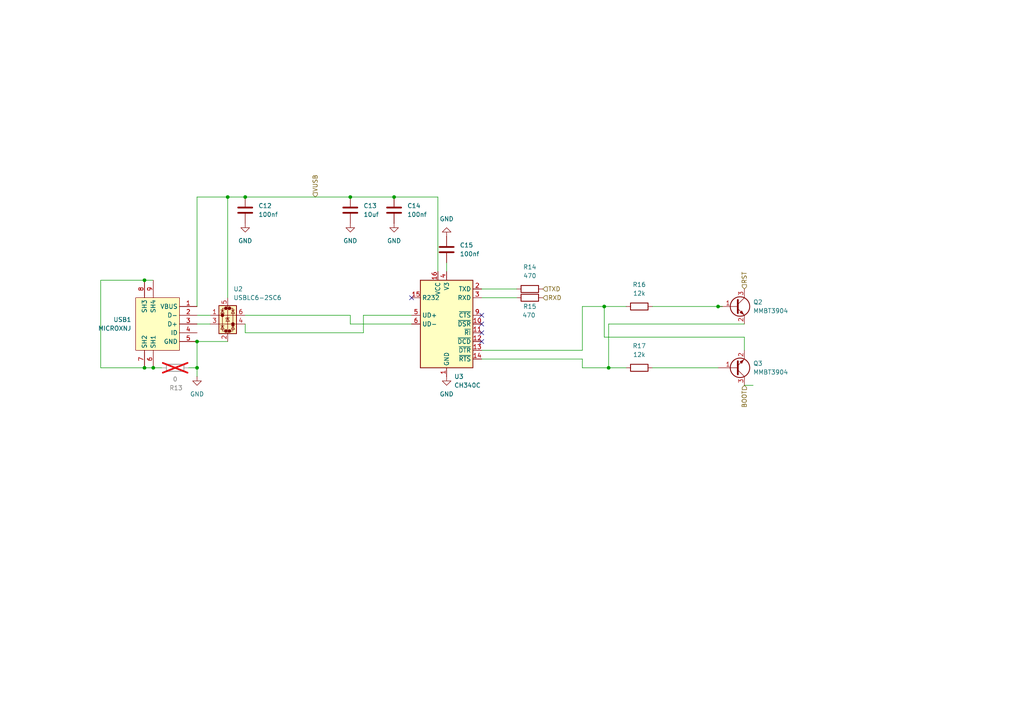
<source format=kicad_sch>
(kicad_sch (version 20231120) (generator "eeschema") (generator_version "8.0")
  (paper "A4")
  (lib_symbols
    (symbol "Device:C" (pin_numbers hide) (pin_names (offset 0.254))
      (property "Reference" "C" (at 0.635 2.54 0))
      (property "Value" "C" (at 0.635 -2.54 0))
      (symbol "C_0_1"
        (polyline (pts (xy -2.032 -0.762) (xy 2.032 -0.762)) (stroke (width 0.508)))
        (polyline (pts (xy -2.032 0.762) (xy 2.032 0.762)) (stroke (width 0.508)))
      )
      (symbol "C_1_1"
        (pin passive line (at 0 3.81 270) (length 2.794) (name "~") (number "1"))
        (pin passive line (at 0 -3.81 90) (length 2.794) (name "~") (number "2"))
      )
    )
    (symbol "Device:R" (pin_numbers hide) (pin_names (offset 0))
      (property "Reference" "R" (at 2.032 0 90))
      (property "Value" "R" (at 0 0 90))
      (symbol "R_0_1"
        (rectangle (start -1.016 -2.54) (end 1.016 2.54) (stroke (width 0.254)))
      )
      (symbol "R_1_1"
        (pin passive line (at 0 3.81 270) (length 1.27) (name "~") (number "1"))
        (pin passive line (at 0 -3.81 90) (length 1.27) (name "~") (number "2"))
      )
    )
    (symbol "Interface_USB:CH340C"
      (property "Reference" "U" (at -5.08 13.97 0))
      (property "Value" "CH340C" (at 1.27 13.97 0))
      (symbol "CH340C_0_1"
        (rectangle (start -7.62 12.7) (end 7.62 -12.7) (stroke (width 0.254)) (fill (type background)))
      )
      (symbol "CH340C_1_1"
        (pin power_in line (at 0 -15.24 90) (length 2.54) (name "GND") (number "1"))
        (pin input line (at 10.16 0 180) (length 2.54) (name "~{DSR}") (number "10"))
        (pin input line (at 10.16 -2.54 180) (length 2.54) (name "~{RI}") (number "11"))
        (pin input line (at 10.16 -5.08 180) (length 2.54) (name "~{DCD}") (number "12"))
        (pin output line (at 10.16 -7.62 180) (length 2.54) (name "~{DTR}") (number "13"))
        (pin output line (at 10.16 -10.16 180) (length 2.54) (name "~{RTS}") (number "14"))
        (pin input line (at -10.16 7.62 0) (length 2.54) (name "R232") (number "15"))
        (pin power_in line (at -2.54 15.24 270) (length 2.54) (name "VCC") (number "16"))
        (pin output line (at 10.16 10.16 180) (length 2.54) (name "TXD") (number "2"))
        (pin input line (at 10.16 7.62 180) (length 2.54) (name "RXD") (number "3"))
        (pin power_out line (at 0 15.24 270) (length 2.54) (name "V3") (number "4"))
        (pin bidirectional line (at -10.16 2.54 0) (length 2.54) (name "UD+") (number "5"))
        (pin bidirectional line (at -10.16 0 0) (length 2.54) (name "UD-") (number "6"))
        (pin no_connect line (at -7.62 -5.08 0) (length 2.54) hide (name "NC") (number "7"))
        (pin no_connect line (at -7.62 -7.62 0) (length 2.54) hide (name "NC") (number "8"))
        (pin input line (at 10.16 2.54 180) (length 2.54) (name "~{CTS}") (number "9"))
      )
    )
    (symbol "Power_Protection:USBLC6-2SC6" (pin_names hide)
      (property "Reference" "U" (at 0.635 5.715 0))
      (property "Value" "USBLC6-2SC6" (at 0.635 3.81 0))
      (symbol "USBLC6-2SC6_0_0"
        (circle (center -1.524 0) (radius 0.0001) (stroke (width 0.508)))
        (circle (center -0.508 -4.572) (radius 0.0001) (stroke (width 0.508)))
        (circle (center -0.508 2.032) (radius 0.0001) (stroke (width 0.508)))
        (circle (center 0.508 -4.572) (radius 0.0001) (stroke (width 0.508)))
        (circle (center 0.508 2.032) (radius 0.0001) (stroke (width 0.508)))
        (circle (center 1.524 -2.54) (radius 0.0001) (stroke (width 0.508)))
      )
      (symbol "USBLC6-2SC6_0_1"
        (polyline (pts (xy -2.54 -2.54) (xy 2.54 -2.54)))
        (polyline (pts (xy -2.54 0) (xy 2.54 0)))
        (polyline (pts (xy -2.032 -3.048) (xy -1.016 -3.048)))
        (polyline (pts (xy -1.016 1.524) (xy -2.032 1.524)))
        (polyline (pts (xy 1.016 -3.048) (xy 2.032 -3.048)))
        (polyline (pts (xy 1.016 1.524) (xy 2.032 1.524)))
        (polyline (pts (xy -0.508 -1.143) (xy -0.508 -0.762) (xy 0.508 -0.762)))
        (polyline (pts (xy -2.032 0.508) (xy -1.016 0.508) (xy -1.524 1.524) (xy -2.032 0.508)))
        (polyline (pts (xy -1.016 -4.064) (xy -2.032 -4.064) (xy -1.524 -3.048) (xy -1.016 -4.064)))
        (polyline (pts (xy 0.508 -1.778) (xy -0.508 -1.778) (xy 0 -0.762) (xy 0.508 -1.778)))
        (polyline (pts (xy 2.032 -4.064) (xy 1.016 -4.064) (xy 1.524 -3.048) (xy 2.032 -4.064)))
        (polyline (pts (xy 2.032 0.508) (xy 1.016 0.508) (xy 1.524 1.524) (xy 2.032 0.508)))
        (polyline (pts (xy 0 2.54) (xy -0.508 2.032) (xy 0.508 2.032) (xy 0 1.524) (xy 0 -4.064) (xy -0.508 -4.572) (xy 0.508 -4.572) (xy 0 -5.08)))
      )
      (symbol "USBLC6-2SC6_1_1"
        (rectangle (start -2.54 2.794) (end 2.54 -5.334) (stroke (width 0.254)) (fill (type background)))
        (polyline (pts (xy -0.508 2.032) (xy -1.524 2.032) (xy -1.524 -4.572) (xy -0.508 -4.572)))
        (polyline (pts (xy 0.508 -4.572) (xy 1.524 -4.572) (xy 1.524 2.032) (xy 0.508 2.032)))
        (pin passive line (at -5.08 0 0) (length 2.54) (name "I/O1") (number "1"))
        (pin passive line (at 0 -7.62 90) (length 2.54) (name "GND") (number "2"))
        (pin passive line (at -5.08 -2.54 0) (length 2.54) (name "I/O2") (number "3"))
        (pin passive line (at 5.08 -2.54 180) (length 2.54) (name "I/O2") (number "4"))
        (pin passive line (at 0 5.08 270) (length 2.54) (name "VBUS") (number "5"))
        (pin passive line (at 5.08 0 180) (length 2.54) (name "I/O1") (number "6"))
      )
    )
    (symbol "Transistor_BJT:MMBT3904" (pin_names (offset 0) hide)
      (property "Reference" "Q" (at 5.08 1.905 0))
      (property "Value" "MMBT3904" (at 5.08 0 0))
      (symbol "MMBT3904_0_1"
        (polyline (pts (xy 0.635 0.635) (xy 2.54 2.54)))
        (polyline (pts (xy 0.635 -0.635) (xy 2.54 -2.54) (xy 2.54 -2.54)))
        (polyline (pts (xy 0.635 1.905) (xy 0.635 -1.905) (xy 0.635 -1.905)) (stroke (width 0.508)))
        (polyline (pts (xy 1.27 -1.778) (xy 1.778 -1.27) (xy 2.286 -2.286) (xy 1.27 -1.778) (xy 1.27 -1.778)) (fill (type outline)))
        (circle (center 1.27 0) (radius 2.8194) (stroke (width 0.254)))
      )
      (symbol "MMBT3904_1_1"
        (pin input line (at -5.08 0 0) (length 5.715) (name "B") (number "1"))
        (pin passive line (at 2.54 -5.08 90) (length 2.54) (name "E") (number "2"))
        (pin passive line (at 2.54 5.08 270) (length 2.54) (name "C") (number "3"))
      )
    )
    (symbol "easyeda2kicad:MICROXNJ"
      (property "Reference" "USB" (at 0 17.78 0))
      (property "Value" "MICROXNJ" (at 0 -17.78 0))
      (symbol "MICROXNJ_0_1"
        (rectangle (start -5.08 7.62) (end 7.62 -7.62) (fill (type background)))
        (pin unspecified line (at -10.16 -5.08 0) (length 5.08) (name "VBUS") (number "1"))
        (pin unspecified line (at -10.16 -2.54 0) (length 5.08) (name "D-") (number "2"))
        (pin unspecified line (at -10.16 0 0) (length 5.08) (name "D+") (number "3"))
        (pin unspecified line (at -10.16 2.54 0) (length 5.08) (name "ID") (number "4"))
        (pin unspecified line (at -10.16 5.08 0) (length 5.08) (name "GND") (number "5"))
        (pin unspecified line (at 2.54 12.7 270) (length 5.08) (name "SH1") (number "6"))
        (pin unspecified line (at 5.08 12.7 270) (length 5.08) (name "SH2") (number "7"))
        (pin unspecified line (at 5.08 -12.7 90) (length 5.08) (name "SH3") (number "8"))
        (pin unspecified line (at 2.54 -12.7 90) (length 5.08) (name "SH4") (number "9"))
      )
    )
    (symbol "power:GND" (power) (pin_numbers hide) (pin_names (offset 0) hide)
      (property "Value" "GND" (at 0 -3.81 0))
      (symbol "GND_0_1"
        (polyline (pts (xy 0 0) (xy 0 -1.27) (xy 1.27 -1.27) (xy 0 -2.54) (xy -1.27 -1.27) (xy 0 -1.27)))
      )
      (symbol "GND_1_1"
        (pin power_in line (at 0 0 270) (length 0) (name "~") (number "1"))
      )
    )
  )
  (junction (at 44.45 106.68))
  (junction (at 176.53 106.68))
  (junction (at 66.04 57.15))
  (junction (at 114.3 57.15))
  (junction (at 175.26 88.9))
  (junction (at 57.15 106.68))
  (junction (at 41.91 106.68))
  (junction (at 71.12 57.15))
  (junction (at 101.6 57.15))
  (junction (at 208.28 88.9))
  (junction (at 41.91 81.28))
  (junction (at 57.15 99.06))
  (no_connect (at 139.7 99.06))
  (no_connect (at 139.7 91.44))
  (no_connect (at 119.38 86.36))
  (no_connect (at 139.7 93.98))
  (no_connect (at 139.7 96.52))
  (wire (pts (xy 114.3 57.15) (xy 127 57.15)))
  (wire (pts (xy 139.7 83.82) (xy 149.86 83.82)))
  (wire (pts (xy 129.54 76.2) (xy 129.54 78.74)))
  (wire (pts (xy 101.6 93.98) (xy 119.38 93.98)))
  (wire (pts (xy 54.61 106.68) (xy 57.15 106.68)))
  (wire (pts (xy 57.15 57.15) (xy 66.04 57.15)))
  (wire (pts (xy 168.91 88.9) (xy 175.26 88.9)))
  (wire (pts (xy 71.12 57.15) (xy 101.6 57.15)))
  (wire (pts (xy 57.15 99.06) (xy 57.15 106.68)))
  (wire (pts (xy 139.7 104.14) (xy 168.91 104.14)))
  (wire (pts (xy 215.9 97.79) (xy 175.26 97.79)))
  (wire (pts (xy 29.21 81.28) (xy 29.21 106.68)))
  (wire (pts (xy 175.26 88.9) (xy 181.61 88.9)))
  (wire (pts (xy 29.21 106.68) (xy 41.91 106.68)))
  (wire (pts (xy 71.12 96.52) (xy 105.41 96.52)))
  (wire (pts (xy 139.7 86.36) (xy 149.86 86.36)))
  (wire (pts (xy 176.53 106.68) (xy 181.61 106.68)))
  (wire (pts (xy 215.9 111.76) (xy 218.44 111.76)))
  (wire (pts (xy 60.96 93.98) (xy 57.15 93.98)))
  (wire (pts (xy 71.12 93.98) (xy 71.12 96.52)))
  (wire (pts (xy 101.6 57.15) (xy 114.3 57.15)))
  (wire (pts (xy 41.91 106.68) (xy 44.45 106.68)))
  (wire (pts (xy 176.53 93.98) (xy 176.53 106.68)))
  (wire (pts (xy 175.26 97.79) (xy 175.26 88.9)))
  (wire (pts (xy 60.96 91.44) (xy 57.15 91.44)))
  (wire (pts (xy 208.28 88.9) (xy 209.55 88.9)))
  (wire (pts (xy 215.9 101.6) (xy 215.9 97.79)))
  (wire (pts (xy 57.15 57.15) (xy 57.15 88.9)))
  (wire (pts (xy 139.7 101.6) (xy 168.91 101.6)))
  (wire (pts (xy 189.23 88.9) (xy 208.28 88.9)))
  (wire (pts (xy 215.9 93.98) (xy 176.53 93.98)))
  (wire (pts (xy 168.91 88.9) (xy 168.91 101.6)))
  (wire (pts (xy 105.41 96.52) (xy 105.41 91.44)))
  (wire (pts (xy 66.04 57.15) (xy 66.04 86.36)))
  (wire (pts (xy 168.91 106.68) (xy 176.53 106.68)))
  (wire (pts (xy 41.91 81.28) (xy 29.21 81.28)))
  (wire (pts (xy 105.41 91.44) (xy 119.38 91.44)))
  (wire (pts (xy 57.15 106.68) (xy 57.15 109.22)))
  (wire (pts (xy 127 57.15) (xy 127 78.74)))
  (wire (pts (xy 71.12 91.44) (xy 101.6 91.44)))
  (wire (pts (xy 66.04 57.15) (xy 71.12 57.15)))
  (wire (pts (xy 189.23 106.68) (xy 208.28 106.68)))
  (wire (pts (xy 44.45 106.68) (xy 46.99 106.68)))
  (wire (pts (xy 41.91 81.28) (xy 44.45 81.28)))
  (wire (pts (xy 57.15 99.06) (xy 66.04 99.06)))
  (wire (pts (xy 101.6 91.44) (xy 101.6 93.98)))
  (wire (pts (xy 168.91 104.14) (xy 168.91 106.68)))
  (hierarchical_label "BOOT" (shape input) (at 215.9 111.76 270))
  (hierarchical_label "RST" (shape input) (at 215.9 83.82 90))
  (hierarchical_label "RXD" (shape input) (at 157.48 86.36 0))
  (hierarchical_label "TXD" (shape input) (at 157.48 83.82 0))
  (hierarchical_label "VUSB" (shape input) (at 91.44 57.15 90))
  (symbol (lib_id "power:GND") (at 101.6 64.77 0) (unit 1)
    (property "Reference" "#PWR023" (effects (hide yes)))
    (property "Value" "GND" (at 101.6 69.85 0))
    (property "Description" "Power symbol creates a global label with name \"GND\" , ground" (effects (hide yes)))
  )
  (symbol (lib_id "Device:C") (at 129.54 72.39 0) (unit 1)
    (property "Reference" "C15" (at 133.35 71.1199 0) (effects (justify left)))
    (property "Value" "100nf" (at 133.35 73.6599 0) (effects (justify left)))
    (property "Footprint" "Capacitor_SMD:C_0603_1608Metric" (effects (hide yes)))
    (property "Description" "Unpolarized capacitor" (effects (hide yes)))
  )
  (symbol (lib_id "Interface_USB:CH340C") (at 129.54 93.98 0) (unit 1)
    (property "Reference" "U3" (at 131.7341 109.22 0) (effects (justify left)))
    (property "Value" "CH340C" (at 131.7341 111.76 0) (effects (justify left)))
    (property "Footprint" "Package_SO:SOIC-16_3.9x9.9mm_P1.27mm" (effects (hide yes)))
    (property "Datasheet" "https://datasheet.lcsc.com/szlcsc/Jiangsu-Qin-Heng-CH340C_C84681.pdf" (effects (hide yes)))
    (property "Description" "USB serial converter, crystal-less, UART, SOIC-16" (effects (hide yes)))
  )
  (symbol (lib_id "Device:R") (at 153.67 83.82 90) (unit 1)
    (property "Reference" "R14" (at 153.67 77.47 90))
    (property "Value" "470" (at 153.67 80.01 90))
    (property "Footprint" "Resistor_SMD:R_0603_1608Metric" (effects (hide yes)))
    (property "Description" "Resistor" (effects (hide yes)))
  )
  (symbol (lib_id "Device:R") (at 185.42 88.9 270) (unit 1)
    (property "Reference" "R16" (at 185.42 82.55 90))
    (property "Value" "12k" (at 185.42 85.09 90))
    (property "Footprint" "Resistor_SMD:R_0603_1608Metric" (effects (hide yes)))
    (property "Description" "Resistor" (effects (hide yes)))
  )
  (symbol (lib_id "Power_Protection:USBLC6-2SC6") (at 66.04 91.44 0) (unit 1)
    (property "Reference" "U2" (at 67.6911 83.82 0) (effects (justify left)))
    (property "Value" "USBLC6-2SC6" (at 67.6911 86.36 0) (effects (justify left)))
    (property "Footprint" "Package_TO_SOT_SMD:SOT-23-6" (effects (hide yes)))
    (property "Datasheet" "https://www.st.com/resource/en/datasheet/usblc6-2.pdf" (effects (hide yes)))
    (property "Description" "Very low capacitance ESD protection diode, 2 data-line, SOT-23-6" (effects (hide yes)))
  )
  (symbol (lib_id "power:GND") (at 129.54 109.22 0) (unit 1)
    (property "Reference" "#PWR026" (effects (hide yes)))
    (property "Value" "GND" (at 129.54 114.3 0))
    (property "Description" "Power symbol creates a global label with name \"GND\" , ground" (effects (hide yes)))
  )
  (symbol (lib_id "power:GND") (at 114.3 64.77 0) (unit 1)
    (property "Reference" "#PWR024" (effects (hide yes)))
    (property "Value" "GND" (at 114.3 69.85 0))
    (property "Description" "Power symbol creates a global label with name \"GND\" , ground" (effects (hide yes)))
  )
  (symbol (lib_id "power:GND") (at 57.15 109.22 0) (unit 1)
    (property "Reference" "#PWR021" (effects (hide yes)))
    (property "Value" "GND" (at 57.15 114.3 0))
    (property "Description" "Power symbol creates a global label with name \"GND\" , ground" (effects (hide yes)))
  )
  (symbol (lib_id "power:GND") (at 71.12 64.77 0) (unit 1)
    (property "Reference" "#PWR022" (effects (hide yes)))
    (property "Value" "GND" (at 71.12 69.85 0))
    (property "Description" "Power symbol creates a global label with name \"GND\" , ground" (effects (hide yes)))
  )
  (symbol (lib_id "Device:C") (at 71.12 60.96 0) (unit 1)
    (property "Reference" "C12" (at 74.93 59.6899 0) (effects (justify left)))
    (property "Value" "100nf" (at 74.93 62.2299 0) (effects (justify left)))
    (property "Footprint" "Capacitor_SMD:C_0603_1608Metric" (effects (hide yes)))
    (property "Description" "Unpolarized capacitor" (effects (hide yes)))
  )
  (symbol (lib_id "Transistor_BJT:MMBT3904") (at 213.36 88.9 0) (unit 1)
    (property "Reference" "Q2" (at 218.44 87.6299 0) (effects (justify left)))
    (property "Value" "MMBT3904" (at 218.44 90.1699 0) (effects (justify left)))
    (property "Footprint" "Package_TO_SOT_SMD:SOT-23" (effects (hide yes)))
    (property "Datasheet" "https://www.onsemi.com/pdf/datasheet/pzt3904-d.pdf" (effects (hide yes)))
    (property "Description" "0.2A Ic, 40V Vce, Small Signal NPN Transistor, SOT-23" (effects (hide yes)))
  )
  (symbol (lib_id "Device:R") (at 50.8 106.68 90) (unit 1) (in_bom no) (dnp yes)
    (property "Reference" "R13" (at 51.054 112.522 90))
    (property "Value" "0" (at 50.8 109.982 90))
    (property "Footprint" "Resistor_SMD:R_0603_1608Metric" (effects (hide yes)))
    (property "Description" "Resistor" (effects (hide yes)))
  )
  (symbol (lib_id "Device:C") (at 114.3 60.96 0) (unit 1)
    (property "Reference" "C14" (at 118.11 59.6899 0) (effects (justify left)))
    (property "Value" "100nf" (at 118.11 62.2299 0) (effects (justify left)))
    (property "Footprint" "Capacitor_SMD:C_0603_1608Metric" (effects (hide yes)))
    (property "Description" "Unpolarized capacitor" (effects (hide yes)))
  )
  (symbol (lib_id "easyeda2kicad:MICROXNJ") (at 46.99 93.98 180) (unit 1)
    (property "Reference" "USB1" (at 38.1 92.7099 0) (effects (justify left)))
    (property "Value" "MICROXNJ" (at 38.1 95.2499 0) (effects (justify left)))
    (property "Footprint" "easyeda2kicad:MICRO-USB-SMD_MICROXNJ" (effects (hide yes)))
    (property "Datasheet" "https://lcsc.com/product-detail/USB-Connectors_SHOU-HAN-MicroXNJ_C404969.html" (effects (hide yes)))
    (property "LCSC Part" "C404969" (effects (hide yes)))
  )
  (symbol (lib_id "Transistor_BJT:MMBT3904") (at 213.36 106.68 0) (mirror x) (unit 1)
    (property "Reference" "Q3" (at 218.44 105.4099 0) (effects (justify left)))
    (property "Value" "MMBT3904" (at 218.44 107.9499 0) (effects (justify left)))
    (property "Footprint" "Package_TO_SOT_SMD:SOT-23" (effects (hide yes)))
    (property "Datasheet" "https://www.onsemi.com/pdf/datasheet/pzt3904-d.pdf" (effects (hide yes)))
    (property "Description" "0.2A Ic, 40V Vce, Small Signal NPN Transistor, SOT-23" (effects (hide yes)))
  )
  (symbol (lib_id "Device:C") (at 101.6 60.96 0) (unit 1)
    (property "Reference" "C13" (at 105.41 59.6899 0) (effects (justify left)))
    (property "Value" "10uf" (at 105.41 62.2299 0) (effects (justify left)))
    (property "Footprint" "Capacitor_SMD:C_0603_1608Metric" (effects (hide yes)))
    (property "Description" "Unpolarized capacitor" (effects (hide yes)))
  )
  (symbol (lib_id "Device:R") (at 185.42 106.68 270) (unit 1)
    (property "Reference" "R17" (at 185.42 100.33 90))
    (property "Value" "12k" (at 185.42 102.87 90))
    (property "Footprint" "Resistor_SMD:R_0603_1608Metric" (effects (hide yes)))
    (property "Description" "Resistor" (effects (hide yes)))
  )
  (symbol (lib_id "Device:R") (at 153.67 86.36 270) (unit 1)
    (property "Reference" "R15" (at 153.67 88.9 90))
    (property "Value" "470" (at 153.416 91.44 90))
    (property "Footprint" "Resistor_SMD:R_0603_1608Metric" (effects (hide yes)))
    (property "Description" "Resistor" (effects (hide yes)))
  )
  (symbol (lib_id "power:GND") (at 129.54 68.58 180) (unit 1)
    (property "Reference" "#PWR025" (effects (hide yes)))
    (property "Value" "GND" (at 129.54 63.5 0))
    (property "Description" "Power symbol creates a global label with name \"GND\" , ground" (effects (hide yes)))
  )
)
</source>
